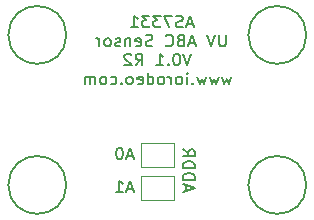
<source format=gbr>
%TF.GenerationSoftware,KiCad,Pcbnew,8.0.6-8.0.6-0~ubuntu22.04.1*%
%TF.CreationDate,2025-01-20T13:57:26-08:00*%
%TF.ProjectId,uv_abc_sensor,75765f61-6263-45f7-9365-6e736f722e6b,rev?*%
%TF.SameCoordinates,Original*%
%TF.FileFunction,Legend,Bot*%
%TF.FilePolarity,Positive*%
%FSLAX46Y46*%
G04 Gerber Fmt 4.6, Leading zero omitted, Abs format (unit mm)*
G04 Created by KiCad (PCBNEW 8.0.6-8.0.6-0~ubuntu22.04.1) date 2025-01-20 13:57:26*
%MOMM*%
%LPD*%
G01*
G04 APERTURE LIST*
%ADD10C,0.150000*%
%ADD11C,0.120000*%
G04 APERTURE END LIST*
D10*
X66499999Y-52412272D02*
X66023809Y-52412272D01*
X66595237Y-52697987D02*
X66261904Y-51697987D01*
X66261904Y-51697987D02*
X65928571Y-52697987D01*
X65642856Y-52650368D02*
X65499999Y-52697987D01*
X65499999Y-52697987D02*
X65261904Y-52697987D01*
X65261904Y-52697987D02*
X65166666Y-52650368D01*
X65166666Y-52650368D02*
X65119047Y-52602748D01*
X65119047Y-52602748D02*
X65071428Y-52507510D01*
X65071428Y-52507510D02*
X65071428Y-52412272D01*
X65071428Y-52412272D02*
X65119047Y-52317034D01*
X65119047Y-52317034D02*
X65166666Y-52269415D01*
X65166666Y-52269415D02*
X65261904Y-52221796D01*
X65261904Y-52221796D02*
X65452380Y-52174177D01*
X65452380Y-52174177D02*
X65547618Y-52126558D01*
X65547618Y-52126558D02*
X65595237Y-52078939D01*
X65595237Y-52078939D02*
X65642856Y-51983701D01*
X65642856Y-51983701D02*
X65642856Y-51888463D01*
X65642856Y-51888463D02*
X65595237Y-51793225D01*
X65595237Y-51793225D02*
X65547618Y-51745606D01*
X65547618Y-51745606D02*
X65452380Y-51697987D01*
X65452380Y-51697987D02*
X65214285Y-51697987D01*
X65214285Y-51697987D02*
X65071428Y-51745606D01*
X64738094Y-51697987D02*
X64071428Y-51697987D01*
X64071428Y-51697987D02*
X64499999Y-52697987D01*
X63785713Y-51697987D02*
X63166666Y-51697987D01*
X63166666Y-51697987D02*
X63499999Y-52078939D01*
X63499999Y-52078939D02*
X63357142Y-52078939D01*
X63357142Y-52078939D02*
X63261904Y-52126558D01*
X63261904Y-52126558D02*
X63214285Y-52174177D01*
X63214285Y-52174177D02*
X63166666Y-52269415D01*
X63166666Y-52269415D02*
X63166666Y-52507510D01*
X63166666Y-52507510D02*
X63214285Y-52602748D01*
X63214285Y-52602748D02*
X63261904Y-52650368D01*
X63261904Y-52650368D02*
X63357142Y-52697987D01*
X63357142Y-52697987D02*
X63642856Y-52697987D01*
X63642856Y-52697987D02*
X63738094Y-52650368D01*
X63738094Y-52650368D02*
X63785713Y-52602748D01*
X62833332Y-51697987D02*
X62214285Y-51697987D01*
X62214285Y-51697987D02*
X62547618Y-52078939D01*
X62547618Y-52078939D02*
X62404761Y-52078939D01*
X62404761Y-52078939D02*
X62309523Y-52126558D01*
X62309523Y-52126558D02*
X62261904Y-52174177D01*
X62261904Y-52174177D02*
X62214285Y-52269415D01*
X62214285Y-52269415D02*
X62214285Y-52507510D01*
X62214285Y-52507510D02*
X62261904Y-52602748D01*
X62261904Y-52602748D02*
X62309523Y-52650368D01*
X62309523Y-52650368D02*
X62404761Y-52697987D01*
X62404761Y-52697987D02*
X62690475Y-52697987D01*
X62690475Y-52697987D02*
X62785713Y-52650368D01*
X62785713Y-52650368D02*
X62833332Y-52602748D01*
X61261904Y-52697987D02*
X61833332Y-52697987D01*
X61547618Y-52697987D02*
X61547618Y-51697987D01*
X61547618Y-51697987D02*
X61642856Y-51840844D01*
X61642856Y-51840844D02*
X61738094Y-51936082D01*
X61738094Y-51936082D02*
X61833332Y-51983701D01*
X69309524Y-53307931D02*
X69309524Y-54117454D01*
X69309524Y-54117454D02*
X69261905Y-54212692D01*
X69261905Y-54212692D02*
X69214286Y-54260312D01*
X69214286Y-54260312D02*
X69119048Y-54307931D01*
X69119048Y-54307931D02*
X68928572Y-54307931D01*
X68928572Y-54307931D02*
X68833334Y-54260312D01*
X68833334Y-54260312D02*
X68785715Y-54212692D01*
X68785715Y-54212692D02*
X68738096Y-54117454D01*
X68738096Y-54117454D02*
X68738096Y-53307931D01*
X68404762Y-53307931D02*
X68071429Y-54307931D01*
X68071429Y-54307931D02*
X67738096Y-53307931D01*
X66690476Y-54022216D02*
X66214286Y-54022216D01*
X66785714Y-54307931D02*
X66452381Y-53307931D01*
X66452381Y-53307931D02*
X66119048Y-54307931D01*
X65452381Y-53784121D02*
X65309524Y-53831740D01*
X65309524Y-53831740D02*
X65261905Y-53879359D01*
X65261905Y-53879359D02*
X65214286Y-53974597D01*
X65214286Y-53974597D02*
X65214286Y-54117454D01*
X65214286Y-54117454D02*
X65261905Y-54212692D01*
X65261905Y-54212692D02*
X65309524Y-54260312D01*
X65309524Y-54260312D02*
X65404762Y-54307931D01*
X65404762Y-54307931D02*
X65785714Y-54307931D01*
X65785714Y-54307931D02*
X65785714Y-53307931D01*
X65785714Y-53307931D02*
X65452381Y-53307931D01*
X65452381Y-53307931D02*
X65357143Y-53355550D01*
X65357143Y-53355550D02*
X65309524Y-53403169D01*
X65309524Y-53403169D02*
X65261905Y-53498407D01*
X65261905Y-53498407D02*
X65261905Y-53593645D01*
X65261905Y-53593645D02*
X65309524Y-53688883D01*
X65309524Y-53688883D02*
X65357143Y-53736502D01*
X65357143Y-53736502D02*
X65452381Y-53784121D01*
X65452381Y-53784121D02*
X65785714Y-53784121D01*
X64214286Y-54212692D02*
X64261905Y-54260312D01*
X64261905Y-54260312D02*
X64404762Y-54307931D01*
X64404762Y-54307931D02*
X64500000Y-54307931D01*
X64500000Y-54307931D02*
X64642857Y-54260312D01*
X64642857Y-54260312D02*
X64738095Y-54165073D01*
X64738095Y-54165073D02*
X64785714Y-54069835D01*
X64785714Y-54069835D02*
X64833333Y-53879359D01*
X64833333Y-53879359D02*
X64833333Y-53736502D01*
X64833333Y-53736502D02*
X64785714Y-53546026D01*
X64785714Y-53546026D02*
X64738095Y-53450788D01*
X64738095Y-53450788D02*
X64642857Y-53355550D01*
X64642857Y-53355550D02*
X64500000Y-53307931D01*
X64500000Y-53307931D02*
X64404762Y-53307931D01*
X64404762Y-53307931D02*
X64261905Y-53355550D01*
X64261905Y-53355550D02*
X64214286Y-53403169D01*
X63071428Y-54260312D02*
X62928571Y-54307931D01*
X62928571Y-54307931D02*
X62690476Y-54307931D01*
X62690476Y-54307931D02*
X62595238Y-54260312D01*
X62595238Y-54260312D02*
X62547619Y-54212692D01*
X62547619Y-54212692D02*
X62500000Y-54117454D01*
X62500000Y-54117454D02*
X62500000Y-54022216D01*
X62500000Y-54022216D02*
X62547619Y-53926978D01*
X62547619Y-53926978D02*
X62595238Y-53879359D01*
X62595238Y-53879359D02*
X62690476Y-53831740D01*
X62690476Y-53831740D02*
X62880952Y-53784121D01*
X62880952Y-53784121D02*
X62976190Y-53736502D01*
X62976190Y-53736502D02*
X63023809Y-53688883D01*
X63023809Y-53688883D02*
X63071428Y-53593645D01*
X63071428Y-53593645D02*
X63071428Y-53498407D01*
X63071428Y-53498407D02*
X63023809Y-53403169D01*
X63023809Y-53403169D02*
X62976190Y-53355550D01*
X62976190Y-53355550D02*
X62880952Y-53307931D01*
X62880952Y-53307931D02*
X62642857Y-53307931D01*
X62642857Y-53307931D02*
X62500000Y-53355550D01*
X61690476Y-54260312D02*
X61785714Y-54307931D01*
X61785714Y-54307931D02*
X61976190Y-54307931D01*
X61976190Y-54307931D02*
X62071428Y-54260312D01*
X62071428Y-54260312D02*
X62119047Y-54165073D01*
X62119047Y-54165073D02*
X62119047Y-53784121D01*
X62119047Y-53784121D02*
X62071428Y-53688883D01*
X62071428Y-53688883D02*
X61976190Y-53641264D01*
X61976190Y-53641264D02*
X61785714Y-53641264D01*
X61785714Y-53641264D02*
X61690476Y-53688883D01*
X61690476Y-53688883D02*
X61642857Y-53784121D01*
X61642857Y-53784121D02*
X61642857Y-53879359D01*
X61642857Y-53879359D02*
X62119047Y-53974597D01*
X61214285Y-53641264D02*
X61214285Y-54307931D01*
X61214285Y-53736502D02*
X61166666Y-53688883D01*
X61166666Y-53688883D02*
X61071428Y-53641264D01*
X61071428Y-53641264D02*
X60928571Y-53641264D01*
X60928571Y-53641264D02*
X60833333Y-53688883D01*
X60833333Y-53688883D02*
X60785714Y-53784121D01*
X60785714Y-53784121D02*
X60785714Y-54307931D01*
X60357142Y-54260312D02*
X60261904Y-54307931D01*
X60261904Y-54307931D02*
X60071428Y-54307931D01*
X60071428Y-54307931D02*
X59976190Y-54260312D01*
X59976190Y-54260312D02*
X59928571Y-54165073D01*
X59928571Y-54165073D02*
X59928571Y-54117454D01*
X59928571Y-54117454D02*
X59976190Y-54022216D01*
X59976190Y-54022216D02*
X60071428Y-53974597D01*
X60071428Y-53974597D02*
X60214285Y-53974597D01*
X60214285Y-53974597D02*
X60309523Y-53926978D01*
X60309523Y-53926978D02*
X60357142Y-53831740D01*
X60357142Y-53831740D02*
X60357142Y-53784121D01*
X60357142Y-53784121D02*
X60309523Y-53688883D01*
X60309523Y-53688883D02*
X60214285Y-53641264D01*
X60214285Y-53641264D02*
X60071428Y-53641264D01*
X60071428Y-53641264D02*
X59976190Y-53688883D01*
X59357142Y-54307931D02*
X59452380Y-54260312D01*
X59452380Y-54260312D02*
X59499999Y-54212692D01*
X59499999Y-54212692D02*
X59547618Y-54117454D01*
X59547618Y-54117454D02*
X59547618Y-53831740D01*
X59547618Y-53831740D02*
X59499999Y-53736502D01*
X59499999Y-53736502D02*
X59452380Y-53688883D01*
X59452380Y-53688883D02*
X59357142Y-53641264D01*
X59357142Y-53641264D02*
X59214285Y-53641264D01*
X59214285Y-53641264D02*
X59119047Y-53688883D01*
X59119047Y-53688883D02*
X59071428Y-53736502D01*
X59071428Y-53736502D02*
X59023809Y-53831740D01*
X59023809Y-53831740D02*
X59023809Y-54117454D01*
X59023809Y-54117454D02*
X59071428Y-54212692D01*
X59071428Y-54212692D02*
X59119047Y-54260312D01*
X59119047Y-54260312D02*
X59214285Y-54307931D01*
X59214285Y-54307931D02*
X59357142Y-54307931D01*
X58595237Y-54307931D02*
X58595237Y-53641264D01*
X58595237Y-53831740D02*
X58547618Y-53736502D01*
X58547618Y-53736502D02*
X58499999Y-53688883D01*
X58499999Y-53688883D02*
X58404761Y-53641264D01*
X58404761Y-53641264D02*
X58309523Y-53641264D01*
X66380951Y-54917875D02*
X66047618Y-55917875D01*
X66047618Y-55917875D02*
X65714285Y-54917875D01*
X65190475Y-54917875D02*
X65095237Y-54917875D01*
X65095237Y-54917875D02*
X64999999Y-54965494D01*
X64999999Y-54965494D02*
X64952380Y-55013113D01*
X64952380Y-55013113D02*
X64904761Y-55108351D01*
X64904761Y-55108351D02*
X64857142Y-55298827D01*
X64857142Y-55298827D02*
X64857142Y-55536922D01*
X64857142Y-55536922D02*
X64904761Y-55727398D01*
X64904761Y-55727398D02*
X64952380Y-55822636D01*
X64952380Y-55822636D02*
X64999999Y-55870256D01*
X64999999Y-55870256D02*
X65095237Y-55917875D01*
X65095237Y-55917875D02*
X65190475Y-55917875D01*
X65190475Y-55917875D02*
X65285713Y-55870256D01*
X65285713Y-55870256D02*
X65333332Y-55822636D01*
X65333332Y-55822636D02*
X65380951Y-55727398D01*
X65380951Y-55727398D02*
X65428570Y-55536922D01*
X65428570Y-55536922D02*
X65428570Y-55298827D01*
X65428570Y-55298827D02*
X65380951Y-55108351D01*
X65380951Y-55108351D02*
X65333332Y-55013113D01*
X65333332Y-55013113D02*
X65285713Y-54965494D01*
X65285713Y-54965494D02*
X65190475Y-54917875D01*
X64428570Y-55822636D02*
X64380951Y-55870256D01*
X64380951Y-55870256D02*
X64428570Y-55917875D01*
X64428570Y-55917875D02*
X64476189Y-55870256D01*
X64476189Y-55870256D02*
X64428570Y-55822636D01*
X64428570Y-55822636D02*
X64428570Y-55917875D01*
X63428571Y-55917875D02*
X63999999Y-55917875D01*
X63714285Y-55917875D02*
X63714285Y-54917875D01*
X63714285Y-54917875D02*
X63809523Y-55060732D01*
X63809523Y-55060732D02*
X63904761Y-55155970D01*
X63904761Y-55155970D02*
X63999999Y-55203589D01*
X61666666Y-55917875D02*
X61999999Y-55441684D01*
X62238094Y-55917875D02*
X62238094Y-54917875D01*
X62238094Y-54917875D02*
X61857142Y-54917875D01*
X61857142Y-54917875D02*
X61761904Y-54965494D01*
X61761904Y-54965494D02*
X61714285Y-55013113D01*
X61714285Y-55013113D02*
X61666666Y-55108351D01*
X61666666Y-55108351D02*
X61666666Y-55251208D01*
X61666666Y-55251208D02*
X61714285Y-55346446D01*
X61714285Y-55346446D02*
X61761904Y-55394065D01*
X61761904Y-55394065D02*
X61857142Y-55441684D01*
X61857142Y-55441684D02*
X62238094Y-55441684D01*
X61285713Y-55013113D02*
X61238094Y-54965494D01*
X61238094Y-54965494D02*
X61142856Y-54917875D01*
X61142856Y-54917875D02*
X60904761Y-54917875D01*
X60904761Y-54917875D02*
X60809523Y-54965494D01*
X60809523Y-54965494D02*
X60761904Y-55013113D01*
X60761904Y-55013113D02*
X60714285Y-55108351D01*
X60714285Y-55108351D02*
X60714285Y-55203589D01*
X60714285Y-55203589D02*
X60761904Y-55346446D01*
X60761904Y-55346446D02*
X61333332Y-55917875D01*
X61333332Y-55917875D02*
X60714285Y-55917875D01*
X69738094Y-56861152D02*
X69547618Y-57527819D01*
X69547618Y-57527819D02*
X69357142Y-57051628D01*
X69357142Y-57051628D02*
X69166666Y-57527819D01*
X69166666Y-57527819D02*
X68976190Y-56861152D01*
X68690475Y-56861152D02*
X68499999Y-57527819D01*
X68499999Y-57527819D02*
X68309523Y-57051628D01*
X68309523Y-57051628D02*
X68119047Y-57527819D01*
X68119047Y-57527819D02*
X67928571Y-56861152D01*
X67642856Y-56861152D02*
X67452380Y-57527819D01*
X67452380Y-57527819D02*
X67261904Y-57051628D01*
X67261904Y-57051628D02*
X67071428Y-57527819D01*
X67071428Y-57527819D02*
X66880952Y-56861152D01*
X66499999Y-57432580D02*
X66452380Y-57480200D01*
X66452380Y-57480200D02*
X66499999Y-57527819D01*
X66499999Y-57527819D02*
X66547618Y-57480200D01*
X66547618Y-57480200D02*
X66499999Y-57432580D01*
X66499999Y-57432580D02*
X66499999Y-57527819D01*
X66023809Y-57527819D02*
X66023809Y-56861152D01*
X66023809Y-56527819D02*
X66071428Y-56575438D01*
X66071428Y-56575438D02*
X66023809Y-56623057D01*
X66023809Y-56623057D02*
X65976190Y-56575438D01*
X65976190Y-56575438D02*
X66023809Y-56527819D01*
X66023809Y-56527819D02*
X66023809Y-56623057D01*
X65404762Y-57527819D02*
X65500000Y-57480200D01*
X65500000Y-57480200D02*
X65547619Y-57432580D01*
X65547619Y-57432580D02*
X65595238Y-57337342D01*
X65595238Y-57337342D02*
X65595238Y-57051628D01*
X65595238Y-57051628D02*
X65547619Y-56956390D01*
X65547619Y-56956390D02*
X65500000Y-56908771D01*
X65500000Y-56908771D02*
X65404762Y-56861152D01*
X65404762Y-56861152D02*
X65261905Y-56861152D01*
X65261905Y-56861152D02*
X65166667Y-56908771D01*
X65166667Y-56908771D02*
X65119048Y-56956390D01*
X65119048Y-56956390D02*
X65071429Y-57051628D01*
X65071429Y-57051628D02*
X65071429Y-57337342D01*
X65071429Y-57337342D02*
X65119048Y-57432580D01*
X65119048Y-57432580D02*
X65166667Y-57480200D01*
X65166667Y-57480200D02*
X65261905Y-57527819D01*
X65261905Y-57527819D02*
X65404762Y-57527819D01*
X64642857Y-57527819D02*
X64642857Y-56861152D01*
X64642857Y-57051628D02*
X64595238Y-56956390D01*
X64595238Y-56956390D02*
X64547619Y-56908771D01*
X64547619Y-56908771D02*
X64452381Y-56861152D01*
X64452381Y-56861152D02*
X64357143Y-56861152D01*
X63880952Y-57527819D02*
X63976190Y-57480200D01*
X63976190Y-57480200D02*
X64023809Y-57432580D01*
X64023809Y-57432580D02*
X64071428Y-57337342D01*
X64071428Y-57337342D02*
X64071428Y-57051628D01*
X64071428Y-57051628D02*
X64023809Y-56956390D01*
X64023809Y-56956390D02*
X63976190Y-56908771D01*
X63976190Y-56908771D02*
X63880952Y-56861152D01*
X63880952Y-56861152D02*
X63738095Y-56861152D01*
X63738095Y-56861152D02*
X63642857Y-56908771D01*
X63642857Y-56908771D02*
X63595238Y-56956390D01*
X63595238Y-56956390D02*
X63547619Y-57051628D01*
X63547619Y-57051628D02*
X63547619Y-57337342D01*
X63547619Y-57337342D02*
X63595238Y-57432580D01*
X63595238Y-57432580D02*
X63642857Y-57480200D01*
X63642857Y-57480200D02*
X63738095Y-57527819D01*
X63738095Y-57527819D02*
X63880952Y-57527819D01*
X62690476Y-57527819D02*
X62690476Y-56527819D01*
X62690476Y-57480200D02*
X62785714Y-57527819D01*
X62785714Y-57527819D02*
X62976190Y-57527819D01*
X62976190Y-57527819D02*
X63071428Y-57480200D01*
X63071428Y-57480200D02*
X63119047Y-57432580D01*
X63119047Y-57432580D02*
X63166666Y-57337342D01*
X63166666Y-57337342D02*
X63166666Y-57051628D01*
X63166666Y-57051628D02*
X63119047Y-56956390D01*
X63119047Y-56956390D02*
X63071428Y-56908771D01*
X63071428Y-56908771D02*
X62976190Y-56861152D01*
X62976190Y-56861152D02*
X62785714Y-56861152D01*
X62785714Y-56861152D02*
X62690476Y-56908771D01*
X61833333Y-57480200D02*
X61928571Y-57527819D01*
X61928571Y-57527819D02*
X62119047Y-57527819D01*
X62119047Y-57527819D02*
X62214285Y-57480200D01*
X62214285Y-57480200D02*
X62261904Y-57384961D01*
X62261904Y-57384961D02*
X62261904Y-57004009D01*
X62261904Y-57004009D02*
X62214285Y-56908771D01*
X62214285Y-56908771D02*
X62119047Y-56861152D01*
X62119047Y-56861152D02*
X61928571Y-56861152D01*
X61928571Y-56861152D02*
X61833333Y-56908771D01*
X61833333Y-56908771D02*
X61785714Y-57004009D01*
X61785714Y-57004009D02*
X61785714Y-57099247D01*
X61785714Y-57099247D02*
X62261904Y-57194485D01*
X61214285Y-57527819D02*
X61309523Y-57480200D01*
X61309523Y-57480200D02*
X61357142Y-57432580D01*
X61357142Y-57432580D02*
X61404761Y-57337342D01*
X61404761Y-57337342D02*
X61404761Y-57051628D01*
X61404761Y-57051628D02*
X61357142Y-56956390D01*
X61357142Y-56956390D02*
X61309523Y-56908771D01*
X61309523Y-56908771D02*
X61214285Y-56861152D01*
X61214285Y-56861152D02*
X61071428Y-56861152D01*
X61071428Y-56861152D02*
X60976190Y-56908771D01*
X60976190Y-56908771D02*
X60928571Y-56956390D01*
X60928571Y-56956390D02*
X60880952Y-57051628D01*
X60880952Y-57051628D02*
X60880952Y-57337342D01*
X60880952Y-57337342D02*
X60928571Y-57432580D01*
X60928571Y-57432580D02*
X60976190Y-57480200D01*
X60976190Y-57480200D02*
X61071428Y-57527819D01*
X61071428Y-57527819D02*
X61214285Y-57527819D01*
X60452380Y-57432580D02*
X60404761Y-57480200D01*
X60404761Y-57480200D02*
X60452380Y-57527819D01*
X60452380Y-57527819D02*
X60499999Y-57480200D01*
X60499999Y-57480200D02*
X60452380Y-57432580D01*
X60452380Y-57432580D02*
X60452380Y-57527819D01*
X59547619Y-57480200D02*
X59642857Y-57527819D01*
X59642857Y-57527819D02*
X59833333Y-57527819D01*
X59833333Y-57527819D02*
X59928571Y-57480200D01*
X59928571Y-57480200D02*
X59976190Y-57432580D01*
X59976190Y-57432580D02*
X60023809Y-57337342D01*
X60023809Y-57337342D02*
X60023809Y-57051628D01*
X60023809Y-57051628D02*
X59976190Y-56956390D01*
X59976190Y-56956390D02*
X59928571Y-56908771D01*
X59928571Y-56908771D02*
X59833333Y-56861152D01*
X59833333Y-56861152D02*
X59642857Y-56861152D01*
X59642857Y-56861152D02*
X59547619Y-56908771D01*
X58976190Y-57527819D02*
X59071428Y-57480200D01*
X59071428Y-57480200D02*
X59119047Y-57432580D01*
X59119047Y-57432580D02*
X59166666Y-57337342D01*
X59166666Y-57337342D02*
X59166666Y-57051628D01*
X59166666Y-57051628D02*
X59119047Y-56956390D01*
X59119047Y-56956390D02*
X59071428Y-56908771D01*
X59071428Y-56908771D02*
X58976190Y-56861152D01*
X58976190Y-56861152D02*
X58833333Y-56861152D01*
X58833333Y-56861152D02*
X58738095Y-56908771D01*
X58738095Y-56908771D02*
X58690476Y-56956390D01*
X58690476Y-56956390D02*
X58642857Y-57051628D01*
X58642857Y-57051628D02*
X58642857Y-57337342D01*
X58642857Y-57337342D02*
X58690476Y-57432580D01*
X58690476Y-57432580D02*
X58738095Y-57480200D01*
X58738095Y-57480200D02*
X58833333Y-57527819D01*
X58833333Y-57527819D02*
X58976190Y-57527819D01*
X58214285Y-57527819D02*
X58214285Y-56861152D01*
X58214285Y-56956390D02*
X58166666Y-56908771D01*
X58166666Y-56908771D02*
X58071428Y-56861152D01*
X58071428Y-56861152D02*
X57928571Y-56861152D01*
X57928571Y-56861152D02*
X57833333Y-56908771D01*
X57833333Y-56908771D02*
X57785714Y-57004009D01*
X57785714Y-57004009D02*
X57785714Y-57527819D01*
X57785714Y-57004009D02*
X57738095Y-56908771D01*
X57738095Y-56908771D02*
X57642857Y-56861152D01*
X57642857Y-56861152D02*
X57500000Y-56861152D01*
X57500000Y-56861152D02*
X57404761Y-56908771D01*
X57404761Y-56908771D02*
X57357142Y-57004009D01*
X57357142Y-57004009D02*
X57357142Y-57527819D01*
X65947895Y-66512839D02*
X65947895Y-66036649D01*
X65662180Y-66608077D02*
X66662180Y-66274744D01*
X66662180Y-66274744D02*
X65662180Y-65941411D01*
X65662180Y-65608077D02*
X66662180Y-65608077D01*
X66662180Y-65608077D02*
X66662180Y-65369982D01*
X66662180Y-65369982D02*
X66614561Y-65227125D01*
X66614561Y-65227125D02*
X66519323Y-65131887D01*
X66519323Y-65131887D02*
X66424085Y-65084268D01*
X66424085Y-65084268D02*
X66233609Y-65036649D01*
X66233609Y-65036649D02*
X66090752Y-65036649D01*
X66090752Y-65036649D02*
X65900276Y-65084268D01*
X65900276Y-65084268D02*
X65805038Y-65131887D01*
X65805038Y-65131887D02*
X65709800Y-65227125D01*
X65709800Y-65227125D02*
X65662180Y-65369982D01*
X65662180Y-65369982D02*
X65662180Y-65608077D01*
X65662180Y-64608077D02*
X66662180Y-64608077D01*
X66662180Y-64608077D02*
X66662180Y-64369982D01*
X66662180Y-64369982D02*
X66614561Y-64227125D01*
X66614561Y-64227125D02*
X66519323Y-64131887D01*
X66519323Y-64131887D02*
X66424085Y-64084268D01*
X66424085Y-64084268D02*
X66233609Y-64036649D01*
X66233609Y-64036649D02*
X66090752Y-64036649D01*
X66090752Y-64036649D02*
X65900276Y-64084268D01*
X65900276Y-64084268D02*
X65805038Y-64131887D01*
X65805038Y-64131887D02*
X65709800Y-64227125D01*
X65709800Y-64227125D02*
X65662180Y-64369982D01*
X65662180Y-64369982D02*
X65662180Y-64608077D01*
X65662180Y-63036649D02*
X66138371Y-63369982D01*
X65662180Y-63608077D02*
X66662180Y-63608077D01*
X66662180Y-63608077D02*
X66662180Y-63227125D01*
X66662180Y-63227125D02*
X66614561Y-63131887D01*
X66614561Y-63131887D02*
X66566942Y-63084268D01*
X66566942Y-63084268D02*
X66471704Y-63036649D01*
X66471704Y-63036649D02*
X66328847Y-63036649D01*
X66328847Y-63036649D02*
X66233609Y-63084268D01*
X66233609Y-63084268D02*
X66185990Y-63131887D01*
X66185990Y-63131887D02*
X66138371Y-63227125D01*
X66138371Y-63227125D02*
X66138371Y-63608077D01*
X61432839Y-66386104D02*
X60956649Y-66386104D01*
X61528077Y-66671819D02*
X61194744Y-65671819D01*
X61194744Y-65671819D02*
X60861411Y-66671819D01*
X60004268Y-66671819D02*
X60575696Y-66671819D01*
X60289982Y-66671819D02*
X60289982Y-65671819D01*
X60289982Y-65671819D02*
X60385220Y-65814676D01*
X60385220Y-65814676D02*
X60480458Y-65909914D01*
X60480458Y-65909914D02*
X60575696Y-65957533D01*
X61432839Y-63592104D02*
X60956649Y-63592104D01*
X61528077Y-63877819D02*
X61194744Y-62877819D01*
X61194744Y-62877819D02*
X60861411Y-63877819D01*
X60337601Y-62877819D02*
X60242363Y-62877819D01*
X60242363Y-62877819D02*
X60147125Y-62925438D01*
X60147125Y-62925438D02*
X60099506Y-62973057D01*
X60099506Y-62973057D02*
X60051887Y-63068295D01*
X60051887Y-63068295D02*
X60004268Y-63258771D01*
X60004268Y-63258771D02*
X60004268Y-63496866D01*
X60004268Y-63496866D02*
X60051887Y-63687342D01*
X60051887Y-63687342D02*
X60099506Y-63782580D01*
X60099506Y-63782580D02*
X60147125Y-63830200D01*
X60147125Y-63830200D02*
X60242363Y-63877819D01*
X60242363Y-63877819D02*
X60337601Y-63877819D01*
X60337601Y-63877819D02*
X60432839Y-63830200D01*
X60432839Y-63830200D02*
X60480458Y-63782580D01*
X60480458Y-63782580D02*
X60528077Y-63687342D01*
X60528077Y-63687342D02*
X60575696Y-63496866D01*
X60575696Y-63496866D02*
X60575696Y-63258771D01*
X60575696Y-63258771D02*
X60528077Y-63068295D01*
X60528077Y-63068295D02*
X60480458Y-62973057D01*
X60480458Y-62973057D02*
X60432839Y-62925438D01*
X60432839Y-62925438D02*
X60337601Y-62877819D01*
%TO.C,M3*%
X76110000Y-66040000D02*
G75*
G02*
X71210000Y-66040000I-2450000J0D01*
G01*
X71210000Y-66040000D02*
G75*
G02*
X76110000Y-66040000I2450000J0D01*
G01*
%TO.C,M2*%
X76110000Y-53340000D02*
G75*
G02*
X71210000Y-53340000I-2450000J0D01*
G01*
X71210000Y-53340000D02*
G75*
G02*
X76110000Y-53340000I2450000J0D01*
G01*
%TO.C,M1*%
X55790000Y-53340000D02*
G75*
G02*
X50890000Y-53340000I-2450000J0D01*
G01*
X50890000Y-53340000D02*
G75*
G02*
X55790000Y-53340000I2450000J0D01*
G01*
%TO.C,M4*%
X55790000Y-66040000D02*
G75*
G02*
X50890000Y-66040000I-2450000J0D01*
G01*
X50890000Y-66040000D02*
G75*
G02*
X55790000Y-66040000I2450000J0D01*
G01*
D11*
%TO.C,JP2*%
X64900000Y-67294000D02*
X64900000Y-65294000D01*
X64900000Y-65294000D02*
X62100000Y-65294000D01*
X62100000Y-67294000D02*
X64900000Y-67294000D01*
X62100000Y-65294000D02*
X62100000Y-67294000D01*
%TO.C,JP1*%
X64900000Y-64500000D02*
X64900000Y-62500000D01*
X64900000Y-62500000D02*
X62100000Y-62500000D01*
X62100000Y-64500000D02*
X64900000Y-64500000D01*
X62100000Y-62500000D02*
X62100000Y-64500000D01*
%TD*%
M02*

</source>
